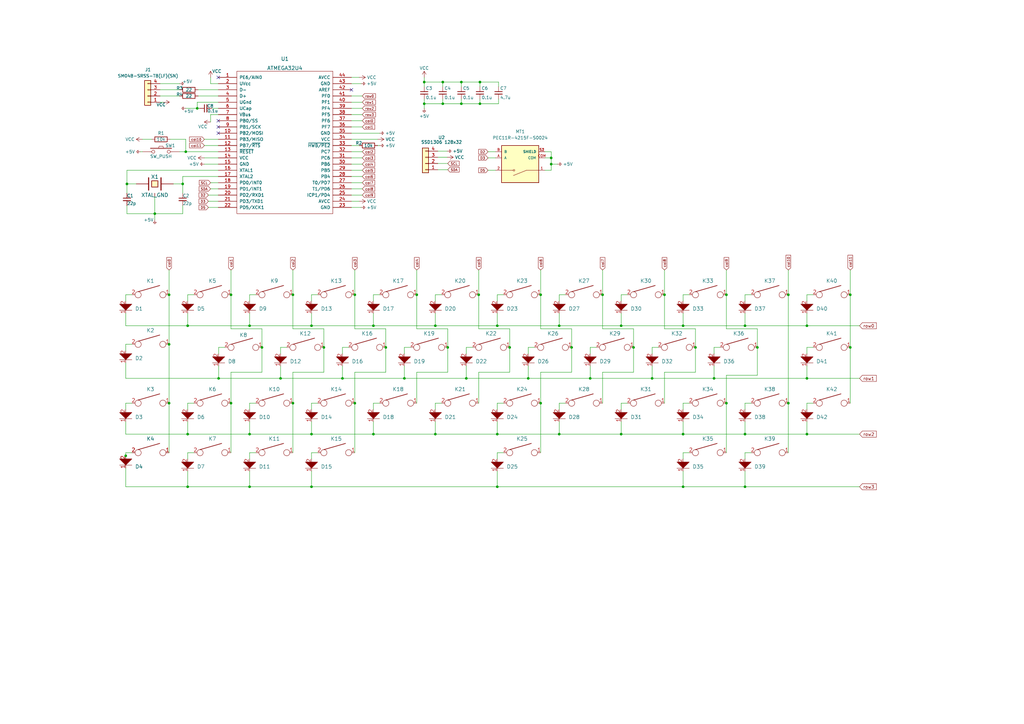
<source format=kicad_sch>
(kicad_sch (version 20211123) (generator eeschema)
  (paper "A3")
  (junction (at 330.962 155.194))
  (junction (at 132.842 142.494))
  (junction (at 221.742 165.354))
  (junction (at 183.642 142.494))
  (junction (at 80.899 44.45))
  (junction (at 178.562 133.604))
  (junction (at 153.162 178.054))
  (junction (at 63.5 87.63))
  (junction (at 153.162 133.604))
  (junction (at 203.962 199.644))
  (junction (at 189.23 33.655))
  (junction (at 115.062 155.194))
  (junction (at 89.662 155.194))
  (junction (at 310.642 142.494))
  (junction (at 323.342 165.354))
  (junction (at 102.362 133.604))
  (junction (at 189.23 42.545))
  (junction (at 76.962 133.604))
  (junction (at 74.93 75.438))
  (junction (at 254.762 133.604))
  (junction (at 203.962 133.604))
  (junction (at 140.462 155.194))
  (junction (at 247.142 120.904))
  (junction (at 242.062 155.194))
  (junction (at 102.362 178.054))
  (junction (at 51.562 186.944))
  (junction (at 297.942 120.904))
  (junction (at 196.85 42.545))
  (junction (at 76.2 62.23))
  (junction (at 94.742 165.354))
  (junction (at 127.762 199.644))
  (junction (at 165.862 155.194))
  (junction (at 158.242 142.494))
  (junction (at 259.842 142.494))
  (junction (at 76.962 178.054))
  (junction (at 285.242 142.494))
  (junction (at 229.362 133.604))
  (junction (at 181.61 33.655))
  (junction (at 178.562 178.054))
  (junction (at 305.562 133.604))
  (junction (at 226.06 64.77))
  (junction (at 145.542 165.354))
  (junction (at 94.742 120.904))
  (junction (at 120.142 120.904))
  (junction (at 209.042 142.494))
  (junction (at 191.262 155.194))
  (junction (at 330.962 178.054))
  (junction (at 305.562 199.644))
  (junction (at 127.762 178.054))
  (junction (at 229.362 178.054))
  (junction (at 280.162 199.644))
  (junction (at 234.442 142.494))
  (junction (at 102.362 199.644))
  (junction (at 221.742 120.904))
  (junction (at 107.442 142.494))
  (junction (at 76.962 199.644))
  (junction (at 297.942 165.354))
  (junction (at 173.99 42.545))
  (junction (at 305.562 178.054))
  (junction (at 348.742 142.494))
  (junction (at 272.542 120.904))
  (junction (at 170.942 120.904))
  (junction (at 254.762 178.054))
  (junction (at 69.342 120.904))
  (junction (at 196.85 33.655))
  (junction (at 280.162 178.054))
  (junction (at 69.342 165.354))
  (junction (at 348.742 120.904))
  (junction (at 173.99 33.655))
  (junction (at 323.342 120.904))
  (junction (at 330.962 133.604))
  (junction (at 181.61 42.545))
  (junction (at 69.342 141.224))
  (junction (at 145.542 120.904))
  (junction (at 216.662 155.194))
  (junction (at 196.342 120.904))
  (junction (at 52.07 75.438))
  (junction (at 120.142 165.354))
  (junction (at 267.462 155.194))
  (junction (at 226.06 67.31))
  (junction (at 203.962 178.054))
  (junction (at 127.762 133.604))
  (junction (at 292.862 155.194))
  (junction (at 280.162 133.604))
  (no_connect (at 89.535 49.53))
  (no_connect (at 89.535 54.61))
  (no_connect (at 89.535 52.07))
  (no_connect (at 144.145 36.83))
  (no_connect (at 89.535 31.75))
  (wire (pts (xy 94.742 134.874) (xy 107.442 134.874)))
  (wire (pts (xy 229.362 172.974) (xy 229.362 178.054)))
  (wire (pts (xy 69.342 110.744) (xy 69.342 120.904)))
  (wire (pts (xy 234.442 142.494) (xy 234.442 152.654)))
  (wire (pts (xy 216.662 145.034) (xy 216.662 142.494)))
  (wire (pts (xy 74.93 87.63) (xy 63.5 87.63)))
  (wire (pts (xy 305.562 123.444) (xy 305.562 120.904)))
  (wire (pts (xy 140.462 155.194) (xy 165.862 155.194)))
  (wire (pts (xy 229.362 165.354) (xy 231.902 165.354)))
  (wire (pts (xy 203.962 165.354) (xy 206.502 165.354)))
  (wire (pts (xy 297.942 153.924) (xy 297.942 165.354)))
  (wire (pts (xy 145.542 134.874) (xy 158.242 134.874)))
  (wire (pts (xy 127.762 128.524) (xy 127.762 133.604)))
  (wire (pts (xy 330.962 123.444) (xy 330.962 120.904)))
  (wire (pts (xy 330.962 133.604) (xy 352.552 133.604)))
  (wire (pts (xy 181.61 40.64) (xy 181.61 42.545)))
  (wire (pts (xy 51.562 141.224) (xy 54.102 141.224)))
  (wire (pts (xy 145.542 120.904) (xy 145.542 110.744)))
  (wire (pts (xy 76.2 62.23) (xy 89.535 62.23)))
  (wire (pts (xy 323.342 120.904) (xy 323.342 165.354)))
  (wire (pts (xy 285.242 134.874) (xy 272.542 134.874)))
  (wire (pts (xy 181.61 35.56) (xy 181.61 33.655)))
  (wire (pts (xy 85.471 80.01) (xy 89.535 80.01)))
  (wire (pts (xy 242.062 150.114) (xy 242.062 155.194)))
  (wire (pts (xy 196.85 40.64) (xy 196.85 42.545)))
  (wire (pts (xy 69.342 141.224) (xy 69.342 165.354)))
  (wire (pts (xy 330.962 178.054) (xy 352.552 178.054)))
  (wire (pts (xy 254.762 165.354) (xy 257.302 165.354)))
  (wire (pts (xy 280.162 188.214) (xy 280.162 185.674)))
  (wire (pts (xy 330.962 150.114) (xy 330.962 155.194)))
  (wire (pts (xy 330.962 120.904) (xy 333.502 120.904)))
  (wire (pts (xy 63.5 87.63) (xy 63.5 90.17)))
  (wire (pts (xy 280.162 167.894) (xy 280.162 165.354)))
  (wire (pts (xy 203.962 199.644) (xy 280.162 199.644)))
  (wire (pts (xy 153.162 167.894) (xy 153.162 165.354)))
  (wire (pts (xy 127.762 167.894) (xy 127.762 165.354)))
  (wire (pts (xy 76.962 185.674) (xy 79.502 185.674)))
  (wire (pts (xy 330.962 145.034) (xy 330.962 142.494)))
  (wire (pts (xy 51.562 123.444) (xy 51.562 120.904)))
  (wire (pts (xy 229.362 123.444) (xy 229.362 120.904)))
  (wire (pts (xy 120.142 120.904) (xy 120.142 134.874)))
  (wire (pts (xy 76.962 199.644) (xy 102.362 199.644)))
  (wire (pts (xy 132.842 152.654) (xy 120.142 152.654)))
  (wire (pts (xy 94.742 165.354) (xy 94.742 185.674)))
  (wire (pts (xy 144.145 46.99) (xy 148.59 46.99)))
  (wire (pts (xy 226.06 69.85) (xy 223.52 69.85)))
  (wire (pts (xy 226.06 64.77) (xy 226.06 67.31)))
  (wire (pts (xy 280.162 133.604) (xy 305.562 133.604)))
  (wire (pts (xy 65.659 34.29) (xy 73.66 34.29)))
  (wire (pts (xy 89.535 46.99) (xy 86.36 46.99)))
  (wire (pts (xy 348.742 142.494) (xy 348.742 165.354)))
  (wire (pts (xy 226.06 62.23) (xy 226.06 64.77)))
  (wire (pts (xy 144.145 77.47) (xy 148.59 77.47)))
  (wire (pts (xy 145.542 120.904) (xy 145.542 134.874)))
  (wire (pts (xy 203.962 193.294) (xy 203.962 199.644)))
  (wire (pts (xy 330.962 128.524) (xy 330.962 133.604)))
  (wire (pts (xy 203.962 120.904) (xy 206.502 120.904)))
  (wire (pts (xy 102.362 178.054) (xy 127.762 178.054)))
  (wire (pts (xy 181.61 33.655) (xy 189.23 33.655)))
  (wire (pts (xy 144.145 49.53) (xy 148.59 49.53)))
  (wire (pts (xy 226.06 67.31) (xy 228.6 67.31)))
  (wire (pts (xy 173.99 40.64) (xy 173.99 42.545)))
  (wire (pts (xy 158.242 142.494) (xy 158.242 152.654)))
  (wire (pts (xy 221.742 134.874) (xy 234.442 134.874)))
  (wire (pts (xy 89.662 142.494) (xy 92.202 142.494)))
  (wire (pts (xy 191.262 142.494) (xy 193.802 142.494)))
  (wire (pts (xy 107.442 142.494) (xy 107.442 152.654)))
  (wire (pts (xy 254.762 167.894) (xy 254.762 165.354)))
  (wire (pts (xy 209.042 142.494) (xy 209.042 152.654)))
  (wire (pts (xy 127.762 120.904) (xy 130.302 120.904)))
  (wire (pts (xy 242.062 155.194) (xy 267.462 155.194)))
  (wire (pts (xy 267.462 145.034) (xy 267.462 142.494)))
  (wire (pts (xy 285.242 142.494) (xy 285.242 134.874)))
  (wire (pts (xy 52.07 75.438) (xy 52.07 79.248)))
  (wire (pts (xy 181.61 42.545) (xy 173.99 42.545)))
  (wire (pts (xy 76.962 188.214) (xy 76.962 185.674)))
  (wire (pts (xy 74.93 75.438) (xy 74.93 79.248)))
  (wire (pts (xy 330.962 172.974) (xy 330.962 178.054)))
  (wire (pts (xy 76.962 133.604) (xy 102.362 133.604)))
  (wire (pts (xy 107.442 152.654) (xy 94.742 152.654)))
  (wire (pts (xy 144.145 59.69) (xy 147.32 59.69)))
  (wire (pts (xy 229.362 120.904) (xy 231.902 120.904)))
  (wire (pts (xy 144.145 69.85) (xy 148.59 69.85)))
  (wire (pts (xy 330.962 142.494) (xy 333.502 142.494)))
  (wire (pts (xy 173.99 42.545) (xy 173.99 44.45)))
  (wire (pts (xy 127.762 165.354) (xy 130.302 165.354)))
  (wire (pts (xy 297.942 120.904) (xy 297.942 134.874)))
  (wire (pts (xy 145.542 152.654) (xy 145.542 165.354)))
  (wire (pts (xy 86.36 77.47) (xy 89.535 77.47)))
  (wire (pts (xy 144.145 85.09) (xy 148.082 85.09)))
  (wire (pts (xy 280.162 193.294) (xy 280.162 199.644)))
  (wire (pts (xy 183.642 134.874) (xy 183.642 142.494)))
  (wire (pts (xy 323.342 165.354) (xy 323.342 185.674)))
  (wire (pts (xy 170.942 120.904) (xy 170.942 134.874)))
  (wire (pts (xy 120.142 134.874) (xy 132.842 134.874)))
  (wire (pts (xy 272.542 152.654) (xy 285.242 152.654)))
  (wire (pts (xy 204.47 33.655) (xy 204.47 35.56)))
  (wire (pts (xy 76.962 128.524) (xy 76.962 133.604)))
  (wire (pts (xy 310.642 134.874) (xy 310.642 142.494)))
  (wire (pts (xy 148.59 80.01) (xy 144.145 80.01)))
  (wire (pts (xy 348.742 120.904) (xy 348.742 110.744)))
  (wire (pts (xy 216.662 150.114) (xy 216.662 155.194)))
  (wire (pts (xy 51.562 128.524) (xy 51.562 133.604)))
  (wire (pts (xy 170.942 134.874) (xy 183.642 134.874)))
  (wire (pts (xy 178.562 178.054) (xy 203.962 178.054)))
  (wire (pts (xy 254.762 120.904) (xy 257.302 120.904)))
  (wire (pts (xy 297.942 120.904) (xy 297.942 110.744)))
  (wire (pts (xy 330.962 155.194) (xy 352.552 155.194)))
  (wire (pts (xy 102.362 120.904) (xy 104.902 120.904)))
  (wire (pts (xy 81.28 36.83) (xy 89.535 36.83)))
  (wire (pts (xy 310.642 142.494) (xy 310.642 153.924)))
  (wire (pts (xy 323.342 110.744) (xy 323.342 120.904)))
  (wire (pts (xy 102.362 199.644) (xy 127.762 199.644)))
  (wire (pts (xy 85.471 85.09) (xy 89.535 85.09)))
  (wire (pts (xy 86.36 31.75) (xy 86.36 34.29)))
  (wire (pts (xy 144.145 64.77) (xy 148.59 64.77)))
  (wire (pts (xy 83.82 57.15) (xy 89.535 57.15)))
  (wire (pts (xy 178.562 133.604) (xy 203.962 133.604)))
  (wire (pts (xy 348.742 120.904) (xy 348.742 142.494)))
  (wire (pts (xy 127.762 123.444) (xy 127.762 120.904)))
  (wire (pts (xy 127.762 178.054) (xy 153.162 178.054)))
  (wire (pts (xy 170.942 152.654) (xy 183.642 152.654)))
  (wire (pts (xy 259.842 134.874) (xy 259.842 142.494)))
  (wire (pts (xy 144.145 57.15) (xy 154.94 57.15)))
  (wire (pts (xy 183.642 152.654) (xy 183.642 142.494)))
  (wire (pts (xy 209.042 152.654) (xy 196.342 152.654)))
  (wire (pts (xy 51.562 178.054) (xy 76.962 178.054)))
  (wire (pts (xy 196.342 152.654) (xy 196.342 165.354)))
  (wire (pts (xy 305.562 133.604) (xy 330.962 133.604)))
  (wire (pts (xy 115.062 142.494) (xy 117.602 142.494)))
  (wire (pts (xy 272.542 110.744) (xy 272.542 120.904)))
  (wire (pts (xy 86.36 34.29) (xy 89.535 34.29)))
  (wire (pts (xy 127.762 185.674) (xy 130.302 185.674)))
  (wire (pts (xy 196.342 120.904) (xy 196.342 110.744)))
  (wire (pts (xy 297.942 134.874) (xy 310.642 134.874)))
  (wire (pts (xy 221.742 152.654) (xy 221.742 165.354)))
  (wire (pts (xy 51.562 120.904) (xy 54.102 120.904)))
  (wire (pts (xy 196.342 134.874) (xy 209.042 134.874)))
  (wire (pts (xy 102.362 193.294) (xy 102.362 199.644)))
  (wire (pts (xy 247.142 134.874) (xy 259.842 134.874)))
  (wire (pts (xy 165.862 145.034) (xy 165.862 142.494)))
  (wire (pts (xy 102.362 133.604) (xy 127.762 133.604)))
  (wire (pts (xy 173.99 33.655) (xy 173.99 35.56)))
  (wire (pts (xy 76.962 178.054) (xy 102.362 178.054)))
  (wire (pts (xy 285.242 152.654) (xy 285.242 142.494)))
  (wire (pts (xy 58.42 57.15) (xy 62.23 57.15)))
  (wire (pts (xy 115.062 145.034) (xy 115.062 142.494)))
  (wire (pts (xy 153.162 172.974) (xy 153.162 178.054)))
  (wire (pts (xy 120.142 165.354) (xy 120.142 185.674)))
  (wire (pts (xy 65.659 41.91) (xy 66.929 41.91)))
  (wire (pts (xy 51.562 186.944) (xy 51.562 185.674)))
  (wire (pts (xy 259.842 152.654) (xy 247.142 152.654)))
  (wire (pts (xy 305.562 199.644) (xy 352.552 199.644)))
  (wire (pts (xy 89.662 155.194) (xy 115.062 155.194)))
  (wire (pts (xy 178.562 123.444) (xy 178.562 120.904)))
  (wire (pts (xy 196.85 33.655) (xy 196.85 35.56)))
  (wire (pts (xy 145.542 165.354) (xy 145.542 185.674)))
  (wire (pts (xy 74.93 72.39) (xy 74.93 75.438)))
  (wire (pts (xy 226.06 67.31) (xy 226.06 69.85)))
  (wire (pts (xy 305.562 165.354) (xy 308.102 165.354)))
  (wire (pts (xy 178.562 128.524) (xy 178.562 133.604)))
  (wire (pts (xy 203.962 167.894) (xy 203.962 165.354)))
  (wire (pts (xy 65.659 36.83) (xy 73.66 36.83)))
  (wire (pts (xy 154.94 59.69) (xy 155.702 59.69)))
  (wire (pts (xy 254.762 172.974) (xy 254.762 178.054)))
  (wire (pts (xy 165.862 142.494) (xy 168.402 142.494)))
  (wire (pts (xy 203.962 128.524) (xy 203.962 133.604)))
  (wire (pts (xy 280.162 185.674) (xy 282.702 185.674)))
  (wire (pts (xy 94.742 152.654) (xy 94.742 165.354)))
  (wire (pts (xy 203.962 188.214) (xy 203.962 185.674)))
  (wire (pts (xy 203.962 172.974) (xy 203.962 178.054)))
  (wire (pts (xy 83.82 67.31) (xy 89.535 67.31)))
  (wire (pts (xy 247.142 120.904) (xy 247.142 110.744)))
  (wire (pts (xy 183.388 64.516) (xy 179.578 64.516)))
  (wire (pts (xy 247.142 152.654) (xy 247.142 165.354)))
  (wire (pts (xy 140.462 142.494) (xy 143.002 142.494)))
  (wire (pts (xy 242.062 145.034) (xy 242.062 142.494)))
  (wire (pts (xy 196.85 42.545) (xy 189.23 42.545)))
  (wire (pts (xy 85.471 82.55) (xy 89.535 82.55)))
  (wire (pts (xy 254.762 178.054) (xy 280.162 178.054)))
  (wire (pts (xy 200.152 62.23) (xy 203.2 62.23)))
  (wire (pts (xy 297.942 165.354) (xy 297.942 185.674)))
  (wire (pts (xy 51.562 192.024) (xy 51.562 199.644)))
  (wire (pts (xy 272.542 134.874) (xy 272.542 120.904)))
  (wire (pts (xy 144.145 52.07) (xy 148.59 52.07)))
  (wire (pts (xy 189.23 33.655) (xy 189.23 35.56)))
  (wire (pts (xy 203.962 178.054) (xy 229.362 178.054)))
  (wire (pts (xy 200.152 69.85) (xy 203.2 69.85)))
  (wire (pts (xy 102.362 165.354) (xy 104.902 165.354)))
  (wire (pts (xy 86.36 74.93) (xy 89.535 74.93)))
  (wire (pts (xy 204.47 40.64) (xy 204.47 42.545)))
  (wire (pts (xy 94.742 120.904) (xy 94.742 134.874)))
  (wire (pts (xy 144.145 41.91) (xy 148.59 41.91)))
  (wire (pts (xy 102.362 188.214) (xy 102.362 185.674)))
  (wire (pts (xy 305.562 172.974) (xy 305.562 178.054)))
  (wire (pts (xy 170.942 165.354) (xy 170.942 152.654)))
  (wire (pts (xy 173.99 31.75) (xy 173.99 33.655)))
  (wire (pts (xy 144.145 31.75) (xy 147.32 31.75)))
  (wire (pts (xy 305.562 167.894) (xy 305.562 165.354)))
  (wire (pts (xy 81.28 39.37) (xy 89.535 39.37)))
  (wire (pts (xy 69.342 120.904) (xy 69.342 141.224)))
  (wire (pts (xy 127.762 188.214) (xy 127.762 185.674)))
  (wire (pts (xy 144.145 82.55) (xy 147.32 82.55)))
  (wire (pts (xy 115.062 150.114) (xy 115.062 155.194)))
  (wire (pts (xy 221.742 120.904) (xy 221.742 134.874)))
  (wire (pts (xy 183.388 61.976) (xy 179.578 61.976)))
  (wire (pts (xy 127.762 172.974) (xy 127.762 178.054)))
  (wire (pts (xy 267.462 150.114) (xy 267.462 155.194)))
  (wire (pts (xy 144.145 44.45) (xy 148.59 44.45)))
  (wire (pts (xy 102.362 123.444) (xy 102.362 120.904)))
  (wire (pts (xy 254.762 128.524) (xy 254.762 133.604)))
  (wire (pts (xy 140.462 150.114) (xy 140.462 155.194)))
  (wire (pts (xy 223.52 62.23) (xy 226.06 62.23)))
  (wire (pts (xy 189.23 40.64) (xy 189.23 42.545)))
  (wire (pts (xy 120.142 110.744) (xy 120.142 120.904)))
  (wire (pts (xy 280.162 172.974) (xy 280.162 178.054)))
  (wire (pts (xy 280.162 165.354) (xy 282.702 165.354)))
  (wire (pts (xy 102.362 128.524) (xy 102.362 133.604)))
  (wire (pts (xy 76.962 172.974) (xy 76.962 178.054)))
  (wire (pts (xy 144.145 62.23) (xy 148.59 62.23)))
  (wire (pts (xy 127.762 193.294) (xy 127.762 199.644)))
  (wire (pts (xy 254.762 123.444) (xy 254.762 120.904)))
  (wire (pts (xy 305.562 188.214) (xy 305.562 185.674)))
  (wire (pts (xy 223.52 64.77) (xy 226.06 64.77)))
  (wire (pts (xy 178.562 167.894) (xy 178.562 165.354)))
  (wire (pts (xy 280.162 178.054) (xy 305.562 178.054)))
  (wire (pts (xy 209.042 134.874) (xy 209.042 142.494)))
  (wire (pts (xy 280.162 120.904) (xy 282.702 120.904)))
  (wire (pts (xy 305.562 120.904) (xy 308.102 120.904)))
  (wire (pts (xy 52.07 84.328) (xy 52.07 87.63)))
  (wire (pts (xy 191.262 145.034) (xy 191.262 142.494)))
  (wire (pts (xy 140.462 145.034) (xy 140.462 142.494)))
  (wire (pts (xy 80.899 41.91) (xy 89.535 41.91)))
  (wire (pts (xy 144.145 34.29) (xy 148.082 34.29)))
  (wire (pts (xy 51.562 148.844) (xy 51.562 155.194)))
  (wire (pts (xy 52.07 69.85) (xy 52.07 75.438)))
  (wire (pts (xy 51.562 165.354) (xy 54.102 165.354)))
  (wire (pts (xy 221.742 165.354) (xy 221.742 185.674)))
  (wire (pts (xy 305.562 193.294) (xy 305.562 199.644)))
  (wire (pts (xy 65.659 39.37) (xy 73.66 39.37)))
  (wire (pts (xy 292.862 142.494) (xy 295.402 142.494)))
  (wire (pts (xy 51.562 133.604) (xy 76.962 133.604)))
  (wire (pts (xy 330.962 167.894) (xy 330.962 165.354)))
  (wire (pts (xy 191.262 150.114) (xy 191.262 155.194)))
  (wire (pts (xy 51.562 199.644) (xy 76.962 199.644)))
  (wire (pts (xy 178.562 172.974) (xy 178.562 178.054)))
  (wire (pts (xy 229.362 167.894) (xy 229.362 165.354)))
  (wire (pts (xy 203.962 133.604) (xy 229.362 133.604)))
  (wire (pts (xy 229.362 178.054) (xy 254.762 178.054)))
  (wire (pts (xy 259.842 142.494) (xy 259.842 152.654)))
  (wire (pts (xy 81.788 44.45) (xy 80.899 44.45)))
  (wire (pts (xy 144.145 67.31) (xy 148.59 67.31)))
  (wire (pts (xy 76.962 193.294) (xy 76.962 199.644)))
  (wire (pts (xy 178.562 120.904) (xy 181.102 120.904)))
  (wire (pts (xy 153.162 165.354) (xy 155.702 165.354)))
  (wire (pts (xy 102.362 172.974) (xy 102.362 178.054)))
  (wire (pts (xy 330.962 165.354) (xy 333.502 165.354)))
  (wire (pts (xy 76.962 167.894) (xy 76.962 165.354)))
  (wire (pts (xy 203.962 185.674) (xy 206.502 185.674)))
  (wire (pts (xy 242.062 142.494) (xy 244.602 142.494)))
  (wire (pts (xy 76.962 120.904) (xy 79.502 120.904)))
  (wire (pts (xy 305.562 128.524) (xy 305.562 133.604)))
  (wire (pts (xy 179.578 69.596) (xy 183.642 69.596)))
  (wire (pts (xy 52.07 75.438) (xy 55.88 75.438)))
  (wire (pts (xy 189.23 42.545) (xy 181.61 42.545)))
  (wire (pts (xy 115.062 155.194) (xy 140.462 155.194)))
  (wire (pts (xy 153.162 123.444) (xy 153.162 120.904)))
  (wire (pts (xy 158.242 134.874) (xy 158.242 142.494)))
  (wire (pts (xy 196.85 33.655) (xy 204.47 33.655)))
  (wire (pts (xy 153.162 178.054) (xy 178.562 178.054)))
  (wire (pts (xy 229.362 128.524) (xy 229.362 133.604)))
  (wire (pts (xy 272.542 165.354) (xy 272.542 152.654)))
  (wire (pts (xy 153.162 128.524) (xy 153.162 133.604)))
  (wire (pts (xy 200.152 64.77) (xy 203.2 64.77)))
  (wire (pts (xy 73.66 62.23) (xy 76.2 62.23)))
  (wire (pts (xy 83.82 64.77) (xy 89.535 64.77)))
  (wire (pts (xy 132.842 142.494) (xy 132.842 152.654)))
  (wire (pts (xy 52.07 87.63) (xy 63.5 87.63)))
  (wire (pts (xy 74.93 84.328) (xy 74.93 87.63)))
  (wire (pts (xy 86.36 46.99) (xy 86.36 50.038)))
  (wire (pts (xy 107.442 134.874) (xy 107.442 142.494)))
  (wire (pts (xy 204.47 42.545) (xy 196.85 42.545)))
  (wire (pts (xy 57.658 62.23) (xy 58.42 62.23)))
  (wire (pts (xy 292.862 155.194) (xy 330.962 155.194)))
  (wire (pts (xy 254.762 133.604) (xy 280.162 133.604)))
  (wire (pts (xy 267.462 155.194) (xy 292.862 155.194)))
  (wire (pts (xy 132.842 134.874) (xy 132.842 142.494)))
  (wire (pts (xy 229.362 133.604) (xy 254.762 133.604)))
  (wire (pts (xy 165.862 155.194) (xy 191.262 155.194)))
  (wire (pts (xy 120.142 152.654) (xy 120.142 165.354)))
  (wire (pts (xy 310.642 153.924) (xy 297.942 153.924)))
  (wire (pts (xy 76.962 123.444) (xy 76.962 120.904)))
  (wire (pts (xy 247.142 120.904) (xy 247.142 134.874)))
  (wire (pts (xy 80.899 44.45) (xy 80.899 41.91)))
  (wire (pts (xy 102.362 167.894) (xy 102.362 165.354)))
  (wire (pts (xy 63.5 80.518) (xy 63.5 87.63)))
  (wire (pts (xy 280.162 199.644) (xy 305.562 199.644)))
  (wire (pts (xy 179.578 67.056) (xy 183.642 67.056)))
  (wire (pts (xy 127.762 133.604) (xy 153.162 133.604)))
  (wire (pts (xy 234.442 152.654) (xy 221.742 152.654)))
  (wire (pts (xy 89.662 145.034) (xy 89.662 142.494)))
  (wire (pts (xy 71.12 75.438) (xy 74.93 75.438)))
  (wire (pts (xy 76.962 165.354) (xy 79.502 165.354)))
  (wire (pts (xy 196.342 120.904) (xy 196.342 134.874)))
  (wire (pts (xy 221.742 110.744) (xy 221.742 120.904)))
  (wire (pts (xy 89.535 72.39) (xy 74.93 72.39)))
  (wire (pts (xy 144.145 72.39) (xy 148.59 72.39)))
  (wire (pts (xy 94.742 120.904) (xy 94.742 110.744)))
  (wire (pts (xy 158.242 152.654) (xy 145.542 152.654)))
  (wire (pts (xy 267.462 142.494) (xy 270.002 142.494)))
  (wire (pts (xy 51.562 188.214) (xy 51.562 186.944)))
  (wire (pts (xy 203.962 123.444) (xy 203.962 120.904)))
  (wire (pts (xy 127.762 199.644) (xy 203.962 199.644)))
  (wire (pts (xy 189.23 33.655) (xy 196.85 33.655)))
  (wire (pts (xy 305.562 178.054) (xy 330.962 178.054)))
  (wire (pts (xy 51.562 155.194) (xy 89.662 155.194)))
  (wire (pts (xy 51.562 172.974) (xy 51.562 178.054)))
  (wire (pts (xy 76.2 57.15) (xy 76.2 62.23)))
  (wire (pts (xy 280.162 128.524) (xy 280.162 133.604)))
  (wire (pts (xy 153.162 120.904) (xy 155.702 120.904)))
  (wire (pts (xy 51.562 185.674) (xy 54.102 185.674)))
  (wire (pts (xy 51.562 167.894) (xy 51.562 165.354)))
  (wire (pts (xy 170.942 110.744) (xy 170.942 120.904)))
  (wire (pts (xy 153.162 133.604) (xy 178.562 133.604)))
  (wire (pts (xy 102.362 185.674) (xy 104.902 185.674)))
  (wire (pts (xy 144.145 54.61) (xy 155.702 54.61)))
  (wire (pts (xy 89.535 69.85) (xy 52.07 69.85)))
  (wire (pts (xy 89.662 150.114) (xy 89.662 155.194)))
  (wire (pts (xy 305.562 185.674) (xy 308.102 185.674)))
  (wire (pts (xy 216.662 155.194) (xy 242.062 155.194)))
  (wire (pts (xy 69.342 165.354) (xy 69.342 185.674)))
  (wire (pts (xy 292.862 150.114) (xy 292.862 155.194)))
  (wire (pts (xy 76.2 44.45) (xy 80.899 44.45)))
  (wire (pts (xy 51.562 143.764) (xy 51.562 141.224)))
  (wire (pts (xy 83.82 59.69) (xy 89.535 59.69)))
  (wire (pts (xy 144.145 39.37) (xy 148.59 39.37)))
  (wire (pts (xy 148.59 74.93) (xy 144.145 74.93)))
  (wire (pts (xy 173.99 33.655) (xy 181.61 33.655)))
  (wire (pts (xy 234.442 134.874) (xy 234.442 142.494)))
  (wire (pts (xy 86.868 44.45) (xy 89.535 44.45)))
  (wire (pts (xy 178.562 165.354) (xy 181.102 165.354)))
  (wire (pts (xy 165.862 150.114) (xy 165.862 155.194)))
  (wire (pts (xy 69.85 57.15) (xy 76.2 57.15)))
  (wire (pts (xy 191.262 155.194) (xy 216.662 155.194)))
  (wire (pts (xy 216.662 142.494) (xy 219.202 142.494)))
  (wire (pts (xy 280.162 123.444) (xy 280.162 120.904)))
  (wire (pts (xy 292.862 145.034) (xy 292.862 142.494)))
  (global_label "col9" (shape input) (at 297.942 110.744 90) (effects (font (size 1 1))) (property "Intersheet References" "${INTERSHEET_REFS}" (effects hide)))
  (global_label "col11" (shape input) (at 348.742 110.744 90) (effects (font (size 1 1))) (property "Intersheet References" "${INTERSHEET_REFS}" (effects hide)))
  (global_label "col11" (shape input) (at 83.82 59.69 180) (effects (font (size 1 1))) (property "Intersheet References" "${INTERSHEET_REFS}" (effects hide)))
  (global_label "SCL" (shape input) (at 183.642 67.056 0) (effects (font (size 1 1))) (property "Intersheet References" "${INTERSHEET_REFS}" (effects hide)))
  (global_label "row1" (shape input) (at 148.59 41.91 0) (effects (font (size 1 1))) (property "Intersheet References" "${INTERSHEET_REFS}" (effects hide)))
  (global_label "col1" (shape input) (at 94.742 110.744 90) (effects (font (size 1 1))) (property "Intersheet References" "${INTERSHEET_REFS}" (effects hide)))
  (global_label "row3" (shape input) (at 148.59 46.99 0) (effects (font (size 1 1))) (property "Intersheet References" "${INTERSHEET_REFS}" (effects hide)))
  (global_label "col5" (shape input) (at 148.59 69.85 0) (effects (font (size 1 1))) (property "Intersheet References" "${INTERSHEET_REFS}" (effects hide)))
  (global_label "row3" (shape input) (at 352.552 199.644 0) (property "Intersheet References" "${INTERSHEET_REFS}" (effects hide)))
  (global_label "col6" (shape input) (at 221.742 110.744 90) (effects (font (size 1 1))) (property "Intersheet References" "${INTERSHEET_REFS}" (effects hide)))
  (global_label "col5" (shape input) (at 196.342 110.744 90) (effects (font (size 1 1))) (property "Intersheet References" "${INTERSHEET_REFS}" (effects hide)))
  (global_label "row0" (shape input) (at 148.59 39.37 0) (effects (font (size 1 1))) (property "Intersheet References" "${INTERSHEET_REFS}" (effects hide)))
  (global_label "col0" (shape input) (at 69.342 110.744 90) (effects (font (size 1 1))) (property "Intersheet References" "${INTERSHEET_REFS}" (effects hide)))
  (global_label "SDA" (shape input) (at 86.36 77.47 180) (effects (font (size 1 1))) (property "Intersheet References" "${INTERSHEET_REFS}" (effects hide)))
  (global_label "D5" (shape input) (at 200.152 69.85 180) (effects (font (size 1 1))) (property "Intersheet References" "${INTERSHEET_REFS}" (effects hide)))
  (global_label "col2" (shape input) (at 148.59 62.23 0) (effects (font (size 1 1))) (property "Intersheet References" "${INTERSHEET_REFS}" (effects hide)))
  (global_label "col8" (shape input) (at 272.542 110.744 90) (effects (font (size 1 1))) (property "Intersheet References" "${INTERSHEET_REFS}" (effects hide)))
  (global_label "D2" (shape input) (at 200.152 62.23 180) (effects (font (size 1 1))) (property "Intersheet References" "${INTERSHEET_REFS}" (effects hide)))
  (global_label "col6" (shape input) (at 148.59 72.39 0) (effects (font (size 1 1))) (property "Intersheet References" "${INTERSHEET_REFS}" (effects hide)))
  (global_label "D3" (shape input) (at 85.471 82.55 180) (effects (font (size 1 1))) (property "Intersheet References" "${INTERSHEET_REFS}" (effects hide)))
  (global_label "col3" (shape input) (at 148.59 64.77 0) (effects (font (size 1 1))) (property "Intersheet References" "${INTERSHEET_REFS}" (effects hide)))
  (global_label "SCL" (shape input) (at 86.36 74.93 180) (effects (font (size 1 1))) (property "Intersheet References" "${INTERSHEET_REFS}" (effects hide)))
  (global_label "SDA" (shape input) (at 183.642 69.596 0) (effects (font (size 1 1))) (property "Intersheet References" "${INTERSHEET_REFS}" (effects hide)))
  (global_label "col9" (shape input) (at 148.59 80.01 0) (effects (font (size 1 1))) (property "Intersheet References" "${INTERSHEET_REFS}" (effects hide)))
  (global_label "row2" (shape input) (at 352.552 178.054 0) (property "Intersheet References" "${INTERSHEET_REFS}" (effects hide)))
  (global_label "col8" (shape input) (at 148.59 77.47 0) (effects (font (size 1 1))) (property "Intersheet References" "${INTERSHEET_REFS}" (effects hide)))
  (global_label "D3" (shape input) (at 200.152 64.77 180) (effects (font (size 1 1))) (property "Intersheet References" "${INTERSHEET_REFS}" (effects hide)))
  (global_label "row0" (shape input) (at 352.552 133.604 0) (property "Intersheet References" "${INTERSHEET_REFS}" (effects hide)))
  (global_label "col10" (shape input) (at 323.342 110.744 90) (effects (font (size 1 1))) (property "Intersheet References" "${INTERSHEET_REFS}" (effects hide)))
  (global_label "row2" (shape input) (at 148.59 44.45 0) (effects (font (size 1 1))) (property "Intersheet References" "${INTERSHEET_REFS}" (effects hide)))
  (global_label "D2" (shape input) (at 85.471 80.01 180) (effects (font (size 1 1))) (property "Intersheet References" "${INTERSHEET_REFS}" (effects hide)))
  (global_label "col4" (shape input) (at 170.942 110.744 90) (effects (font (size 1 1))) (property "Intersheet References" "${INTERSHEET_REFS}" (effects hide)))
  (global_label "row1" (shape input) (at 352.552 155.194 0) (property "Intersheet References" "${INTERSHEET_REFS}" (effects hide)))
  (global_label "col7" (shape input) (at 247.142 110.744 90) (effects (font (size 1 1))) (property "Intersheet References" "${INTERSHEET_REFS}" (effects hide)))
  (global_label "col2" (shape input) (at 120.142 110.744 90) (effects (font (size 1 1))) (property "Intersheet References" "${INTERSHEET_REFS}" (effects hide)))
  (global_label "col0" (shape input) (at 148.59 49.53 0) (effects (font (size 1 1))) (property "Intersheet References" "${INTERSHEET_REFS}" (effects hide)))
  (global_label "col10" (shape input) (at 83.82 57.15 180) (effects (font (size 1 1))) (property "Intersheet References" "${INTERSHEET_REFS}" (effects hide)))
  (global_label "col4" (shape input) (at 148.59 67.31 0) (effects (font (size 1 1))) (property "Intersheet References" "${INTERSHEET_REFS}" (effects hide)))
  (global_label "col1" (shape input) (at 148.59 52.07 0) (effects (font (size 1 1))) (property "Intersheet References" "${INTERSHEET_REFS}" (effects hide)))
  (global_label "D5" (shape input) (at 85.471 85.09 180) (effects (font (size 1 1))) (property "Intersheet References" "${INTERSHEET_REFS}" (effects hide)))
  (global_label "col7" (shape input) (at 148.59 74.93 0) (effects (font (size 1 1))) (property "Intersheet References" "${INTERSHEET_REFS}" (effects hide)))
  (global_label "col3" (shape input) (at 145.542 110.744 90) (effects (font (size 1 1))) (property "Intersheet References" "${INTERSHEET_REFS}" (effects hide)))
  (symbol (lib_id "keyboard_parts:KEYSW") (at 188.722 120.904 0) (unit 1)
    (property "Reference" "K20" (at 188.722 115.189 0) (effects (font (size 1.524 1.524))))
    (property "Value" "KEYSW" (effects hide))
  )
  (symbol (lib_id "keyboard_parts:KEYSW") (at 176.022 142.494 0) (unit 1)
    (property "Reference" "K19" (at 176.022 136.779 0) (effects (font (size 1.524 1.524))))
    (property "Value" "KEYSW" (effects hide))
  )
  (symbol (lib_id "power:VCC") (at 154.94 57.15 270) (unit 1)
    (property "Reference" "#PWR020" (effects hide))
    (property "Value" "VCC" (at 158.115 57.15 90) (effects (justify left)))
  )
  (symbol (lib_id "Device:C_Small") (at 74.93 81.788 0) (unit 1)
    (property "Reference" "C2" (at 74.93 80.264 0) (effects (justify left)))
    (property "Value" "22p" (at 74.93 83.439 0) (effects (justify left)))
  )
  (symbol (lib_id "keyboard_parts:KEYSW") (at 214.122 120.904 0) (unit 1)
    (property "Reference" "K23" (at 214.122 115.189 0) (effects (font (size 1.524 1.524))))
    (property "Value" "KEYSW" (effects hide))
  )
  (symbol (lib_id "keyboard_parts:D") (at 203.962 192.024 180) (unit 1)
    (property "Reference" "D25" (at 207.772 191.389 0) (effects (font (size 1.524 1.524)) (justify right)))
    (property "Value" "D" (effects hide))
  )
  (symbol (lib_id "keyboard_parts:D") (at 102.362 171.704 180) (unit 1)
    (property "Reference" "D10" (at 106.172 171.069 0) (effects (font (size 1.524 1.524)) (justify right)))
    (property "Value" "D" (effects hide))
  )
  (symbol (lib_id "power:VCC") (at 147.32 31.75 270) (unit 1)
    (property "Reference" "#PWR015" (effects hide))
    (property "Value" "VCC" (at 150.495 31.75 90) (effects (justify left)))
  )
  (symbol (lib_id "power:VCC") (at 58.42 57.15 90) (unit 1)
    (property "Reference" "#PWR05" (effects hide))
    (property "Value" "VCC" (at 55.245 57.15 90) (effects (justify left)))
  )
  (symbol (lib_id "keyboard_parts:D") (at 127.762 171.704 180) (unit 1)
    (property "Reference" "D14" (at 131.572 171.069 0) (effects (font (size 1.524 1.524)) (justify right)))
    (property "Value" "D" (effects hide))
  )
  (symbol (lib_id "power:VCC") (at 66.929 41.91 270) (unit 1)
    (property "Reference" "#PWR06" (effects hide))
    (property "Value" "VCC" (at 64.135 42.926 90) (effects (justify left)))
  )
  (symbol (lib_id "keyboard_parts:D") (at 254.762 127.254 180) (unit 1)
    (property "Reference" "D30" (at 258.572 126.619 0) (effects (font (size 1.524 1.524)) (justify right)))
    (property "Value" "D" (effects hide))
  )
  (symbol (lib_id "keyboard_parts:D") (at 330.962 127.254 180) (unit 1)
    (property "Reference" "D40" (at 334.772 126.619 0) (effects (font (size 1.524 1.524)) (justify right)))
    (property "Value" "D" (effects hide))
  )
  (symbol (lib_id "keyboard_parts:KEYSW") (at 264.922 165.354 0) (unit 1)
    (property "Reference" "K31" (at 264.922 159.639 0) (effects (font (size 1.524 1.524))))
    (property "Value" "KEYSW" (effects hide))
  )
  (symbol (lib_id "keyboard_parts:D") (at 127.762 127.254 180) (unit 1)
    (property "Reference" "D13" (at 131.572 126.619 0) (effects (font (size 1.524 1.524)) (justify right)))
    (property "Value" "D" (effects hide))
  )
  (symbol (lib_id "keyboard_parts:KEYSW") (at 61.722 120.904 0) (unit 1)
    (property "Reference" "K1" (at 61.722 115.189 0) (effects (font (size 1.524 1.524))))
    (property "Value" "KEYSW" (effects hide))
  )
  (symbol (lib_id "keyboard_parts:D") (at 330.962 148.844 180) (unit 1)
    (property "Reference" "D41" (at 334.772 148.209 0) (effects (font (size 1.524 1.524)) (justify right)))
    (property "Value" "D" (effects hide))
  )
  (symbol (lib_id "keyboard_parts:D") (at 203.962 127.254 180) (unit 1)
    (property "Reference" "D23" (at 207.772 126.619 0) (effects (font (size 1.524 1.524)) (justify right)))
    (property "Value" "D" (effects hide))
  )
  (symbol (lib_id "keyboard_parts:D") (at 305.562 127.254 180) (unit 1)
    (property "Reference" "D37" (at 309.372 126.619 0) (effects (font (size 1.524 1.524)) (justify right)))
    (property "Value" "D" (effects hide))
  )
  (symbol (lib_id "Connector_Generic:Conn_01x04") (at 174.498 67.056 180) (unit 1)
    (property "Reference" "U2" (at 181.102 56.388 0))
    (property "Value" "SSD1306 128x32" (at 181.102 58.293 0))
  )
  (symbol (lib_id "keyboard_parts:KEYSW") (at 341.122 165.354 0) (unit 1)
    (property "Reference" "K42" (at 341.122 159.639 0) (effects (font (size 1.524 1.524))))
    (property "Value" "KEYSW" (effects hide))
  )
  (symbol (lib_id "power:VCC") (at 86.36 31.75 0) (unit 1)
    (property "Reference" "#PWR014" (effects hide))
    (property "Value" "VCC" (at 86.995 29.21 0) (effects (justify left)))
  )
  (symbol (lib_id "keyboard_parts:GND") (at 63.5 90.17 0) (unit 1)
    (property "Reference" "#PWR03" (effects hide))
    (property "Value" "GND" (at 60.96 90.17 0))
  )
  (symbol (lib_id "Connector_Generic:Conn_01x04") (at 60.579 39.37 180) (unit 1)
    (property "Reference" "J1" (at 60.706 28.575 0))
    (property "Value" "SM04B-SRSS-TB(LF)(SN)" (at 60.706 31.115 0))
  )
  (symbol (lib_id "keyboard_parts:GND") (at 228.6 67.31 90) (unit 1)
    (property "Reference" "#PWR?" (effects hide))
    (property "Value" "GND" (at 234.95 67.31 90) (effects (justify left)))
  )
  (symbol (lib_id "keyboard_parts:KEYSW") (at 341.122 142.494 0) (unit 1)
    (property "Reference" "K41" (at 341.122 136.779 0) (effects (font (size 1.524 1.524))))
    (property "Value" "KEYSW" (effects hide))
  )
  (symbol (lib_id "keyboard_parts:GND") (at 155.702 54.61 90) (unit 1)
    (property "Reference" "#PWR019" (effects hide))
    (property "Value" "GND" (at 162.052 54.61 90) (effects (justify left)))
  )
  (symbol (lib_id "Device:C_Small") (at 173.99 38.1 0) (unit 1)
    (property "Reference" "C3" (at 174.625 36.195 0) (effects (justify left)))
    (property "Value" "0.1u" (at 174.625 40.005 0) (effects (justify left)))
  )
  (symbol (lib_id "keyboard_parts:KEYSW") (at 137.922 120.904 0) (unit 1)
    (property "Reference" "K13" (at 137.922 115.189 0) (effects (font (size 1.524 1.524))))
    (property "Value" "KEYSW" (effects hide))
  )
  (symbol (lib_id "keyboard_parts:KEYSW") (at 252.222 142.494 0) (unit 1)
    (property "Reference" "K29" (at 252.222 136.779 0) (effects (font (size 1.524 1.524))))
    (property "Value" "KEYSW" (effects hide))
  )
  (symbol (lib_id "keyboard_parts:KEYSW") (at 315.722 120.904 0) (unit 1)
    (property "Reference" "K37" (at 315.722 115.189 0) (effects (font (size 1.524 1.524))))
    (property "Value" "KEYSW" (effects hide))
  )
  (symbol (lib_id "power:VCC") (at 173.99 31.75 0) (unit 1)
    (property "Reference" "#PWR01" (effects hide))
    (property "Value" "VCC" (at 173.99 27.94 0))
  )
  (symbol (lib_id "keyboard_parts:KEYSW") (at 87.122 185.674 0) (unit 1)
    (property "Reference" "K7" (at 87.122 179.959 0) (effects (font (size 1.524 1.524))))
    (property "Value" "KEYSW" (effects hide))
  )
  (symbol (lib_id "keyboard_parts:D") (at 305.562 192.024 180) (unit 1)
    (property "Reference" "D39" (at 309.372 191.389 0) (effects (font (size 1.524 1.524)) (justify right)))
    (property "Value" "D" (effects hide))
  )
  (symbol (lib_id "keyboard_parts:KEYSW") (at 61.722 185.674 0) (unit 1)
    (property "Reference" "K4" (at 61.722 179.959 0) (effects (font (size 1.524 1.524))))
    (property "Value" "KEYSW" (effects hide))
  )
  (symbol (lib_id "keyboard_parts:D") (at 51.562 171.704 180) (unit 1)
    (property "Reference" "D3" (at 55.372 171.069 0) (effects (font (size 1.524 1.524)) (justify right)))
    (property "Value" "D" (effects hide))
  )
  (symbol (lib_id "keyboard_parts:GND") (at 73.66 34.29 90) (unit 1)
    (property "Reference" "#PWR08" (effects hide))
    (property "Value" "GND" (at 76.835 33.401 90))
  )
  (symbol (lib_id "keyboard_parts:KEYSW") (at 87.122 120.904 0) (unit 1)
    (property "Reference" "K5" (at 87.122 115.189 0) (effects (font (size 1.524 1.524))))
    (property "Value" "KEYSW" (effects hide))
  )
  (symbol (lib_id "keyboard_parts:XTAL_GND") (at 63.5 75.438 0) (unit 1)
    (property "Reference" "X1" (at 63.5 72.517 0) (effects (font (size 1.524 1.524))))
    (property "Value" "XTAL_GND" (at 63.5 80.01 0) (effects (font (size 1.524 1.524))))
  )
  (symbol (lib_id "keyboard_parts:D") (at 229.362 171.704 180) (unit 1)
    (property "Reference" "D28" (at 233.172 171.069 0) (effects (font (size 1.524 1.524)) (justify right)))
    (property "Value" "D" (effects hide))
  )
  (symbol (lib_id "PEC11R-4215F-S0024:PEC11R-4215F-S0024") (at 213.36 67.31 180) (unit 1)
    (property "Reference" "MT1" (at 213.36 53.975 0))
    (property "Value" "PEC11R-4215F-S0024" (at 213.36 56.515 0))
    (property "Footprint" "XDCR_PEC11R-4215F-S0024" (effects hide))
    (property "MANUFACTURER" "J.W.Miller/Bourns" (effects hide))
    (property "STANDARD" "Manufacturer Recommendations" (effects hide))
    (property "MAXIMUM_PACKAGE_HEIGHT" "21.5 mm" (effects hide))
    (property "PARTREV" "Rev. 09/19" (effects hide))
  )
  (symbol (lib_id "Device:C_Small") (at 196.85 38.1 0) (unit 1)
    (property "Reference" "C6" (at 197.485 36.195 0) (effects (justify left)))
    (property "Value" "0.1u" (at 197.485 40.005 0) (effects (justify left)))
  )
  (symbol (lib_id "keyboard_parts:KEYSW") (at 112.522 185.674 0) (unit 1)
    (property "Reference" "K11" (at 112.522 179.959 0) (effects (font (size 1.524 1.524))))
    (property "Value" "KEYSW" (effects hide))
  )
  (symbol (lib_id "keyboard_parts:KEYSW") (at 87.122 165.354 0) (unit 1)
    (property "Reference" "K6" (at 87.122 159.639 0) (effects (font (size 1.524 1.524))))
    (property "Value" "KEYSW" (effects hide))
  )
  (symbol (lib_id "keyboard_parts:KEYSW") (at 201.422 142.494 0) (unit 1)
    (property "Reference" "K22" (at 201.422 136.779 0) (effects (font (size 1.524 1.524))))
    (property "Value" "KEYSW" (effects hide))
  )
  (symbol (lib_id "keyboard_parts:D") (at 280.162 127.254 180) (unit 1)
    (property "Reference" "D33" (at 283.972 126.619 0) (effects (font (size 1.524 1.524)) (justify right)))
    (property "Value" "D" (effects hide))
  )
  (symbol (lib_id "keyboard_parts:D") (at 102.362 192.024 180) (unit 1)
    (property "Reference" "D11" (at 106.172 191.389 0) (effects (font (size 1.524 1.524)) (justify right)))
    (property "Value" "D" (effects hide))
  )
  (symbol (lib_id "keyboard_parts:D") (at 165.862 148.844 180) (unit 1)
    (property "Reference" "D19" (at 169.672 148.209 0) (effects (font (size 1.524 1.524)) (justify right)))
    (property "Value" "D" (effects hide))
  )
  (symbol (lib_id "power:VCC") (at 86.36 50.038 90) (unit 1)
    (property "Reference" "#PWR013" (effects hide))
    (property "Value" "VCC" (at 85.09 51.943 90) (effects (justify left)))
  )
  (symbol (lib_id "keyboard_parts:D") (at 229.362 127.254 180) (unit 1)
    (property "Reference" "D27" (at 233.172 126.619 0) (effects (font (size 1.524 1.524)) (justify right)))
    (property "Value" "D" (effects hide))
  )
  (symbol (lib_id "keyboard_parts:KEYSW") (at 137.922 165.354 0) (unit 1)
    (property "Reference" "K14" (at 137.922 159.639 0) (effects (font (size 1.524 1.524))))
    (property "Value" "KEYSW" (effects hide))
  )
  (symbol (lib_id "Device:R") (at 151.13 59.69 90) (unit 1)
    (property "Reference" "R2" (at 147.193 58.674 90))
    (property "Value" "10k" (at 151.13 59.69 90))
  )
  (symbol (lib_id "keyboard_parts:GND") (at 57.658 62.23 270) (unit 1)
    (property "Reference" "#PWR04" (effects hide))
    (property "Value" "GND" (at 51.308 62.23 90) (effects (justify left)))
  )
  (symbol (lib_id "keyboard_parts:D") (at 191.262 148.844 180) (unit 1)
    (property "Reference" "D22" (at 195.072 148.209 0) (effects (font (size 1.524 1.524)) (justify right)))
    (property "Value" "D" (effects hide))
  )
  (symbol (lib_id "keyboard_parts:KEYSW") (at 315.722 165.354 0) (unit 1)
    (property "Reference" "K38" (at 315.722 159.639 0) (effects (font (size 1.524 1.524))))
    (property "Value" "KEYSW" (effects hide))
  )
  (symbol (lib_id "Device:C_Small") (at 204.47 38.1 0) (unit 1)
    (property "Reference" "C7" (at 205.105 36.195 0) (effects (justify left)))
    (property "Value" "4.7u" (at 205.105 40.005 0) (effects (justify left)))
  )
  (symbol (lib_id "keyboard_parts:D") (at 242.062 148.844 180) (unit 1)
    (property "Reference" "D29" (at 245.872 148.209 0) (effects (font (size 1.524 1.524)) (justify right)))
    (property "Value" "D" (effects hide))
  )
  (symbol (lib_id "keyboard_parts:KEYSW") (at 214.122 185.674 0) (unit 1)
    (property "Reference" "K25" (at 214.122 179.959 0) (effects (font (size 1.524 1.524))))
    (property "Value" "KEYSW" (effects hide))
  )
  (symbol (lib_id "keyboard_parts:D") (at 51.562 147.574 180) (unit 1)
    (property "Reference" "D2" (at 55.372 146.939 0) (effects (font (size 1.524 1.524)) (justify right)))
    (property "Value" "D" (effects hide))
  )
  (symbol (lib_id "keyboard_parts:D") (at 280.162 192.024 180) (unit 1)
    (property "Reference" "D35" (at 283.972 191.389 0) (effects (font (size 1.524 1.524)) (justify right)))
    (property "Value" "D" (effects hide))
  )
  (symbol (lib_id "keyboard_parts:D") (at 51.562 190.754 180) (unit 1)
    (property "Reference" "D4" (at 55.372 191.389 0) (effects (font (size 1.524 1.524)) (justify right)))
    (property "Value" "D" (effects hide))
  )
  (symbol (lib_id "keyboard_parts:KEYSW") (at 112.522 120.904 0) (unit 1)
    (property "Reference" "K9" (at 112.522 115.189 0) (effects (font (size 1.524 1.524))))
    (property "Value" "KEYSW" (effects hide))
  )
  (symbol (lib_id "keyboard_parts:KEYSW") (at 315.722 185.674 0) (unit 1)
    (property "Reference" "K39" (at 315.722 179.959 0) (effects (font (size 1.524 1.524))))
    (property "Value" "KEYSW" (effects hide))
  )
  (symbol (lib_id "Device:C_Small") (at 181.61 38.1 0) (unit 1)
    (property "Reference" "C4" (at 182.245 36.195 0) (effects (justify left)))
    (property "Value" "0.1u" (at 182.245 40.005 0) (effects (justify left)))
  )
  (symbol (lib_id "keyboard_parts:KEYSW") (at 290.322 165.354 0) (unit 1)
    (property "Reference" "K34" (at 290.322 159.639 0) (effects (font (size 1.524 1.524))))
    (property "Value" "KEYSW" (effects hide))
  )
  (symbol (lib_id "keyboard_parts:KEYSW") (at 239.522 120.904 0) (unit 1)
    (property "Reference" "K27" (at 239.522 115.189 0) (effects (font (size 1.524 1.524))))
    (property "Value" "KEYSW" (effects hide))
  )
  (symbol (lib_id "keyboard_parts:D") (at 115.062 148.844 180) (unit 1)
    (property "Reference" "D12" (at 118.872 148.209 0) (effects (font (size 1.524 1.524)) (justify right)))
    (property "Value" "D" (effects hide))
  )
  (symbol (lib_id "keyboard_parts:D") (at 153.162 127.254 180) (unit 1)
    (property "Reference" "D17" (at 156.972 126.619 0) (effects (font (size 1.524 1.524)) (justify right)))
    (property "Value" "D" (effects hide))
  )
  (symbol (lib_id "Device:C_Small") (at 189.23 38.1 0) (unit 1)
    (property "Reference" "C5" (at 189.865 36.195 0) (effects (justify left)))
    (property "Value" "0.1u" (at 189.865 40.005 0) (effects (justify left)))
  )
  (symbol (lib_id "keyboard_parts:KEYSW") (at 214.122 165.354 0) (unit 1)
    (property "Reference" "K24" (at 214.122 159.639 0) (effects (font (size 1.524 1.524))))
    (property "Value" "KEYSW" (effects hide))
  )
  (symbol (lib_id "keyboard_parts:GND") (at 173.99 44.45 0) (unit 1)
    (property "Reference" "#PWR02" (effects hide))
    (property "Value" "GND" (at 173.99 47.625 0))
  )
  (symbol (lib_id "keyboard_parts:D") (at 292.862 148.844 180) (unit 1)
    (property "Reference" "D36" (at 296.672 148.209 0) (effects (font (size 1.524 1.524)) (justify right)))
    (property "Value" "D" (effects hide))
  )
  (symbol (lib_id "keyboard_parts:GND") (at 148.082 85.09 90) (unit 1)
    (property "Reference" "#PWR018" (effects hide))
    (property "Value" "GND" (at 154.432 85.09 90) (effects (justify left)))
  )
  (symbol (lib_id "keyboard_parts:GND") (at 83.82 67.31 270) (unit 1)
    (property "Reference" "#PWR011" (effects hide))
    (property "Value" "GND" (at 77.47 67.31 90) (effects (justify left)))
  )
  (symbol (lib_id "keyboard_parts:KEYSW") (at 303.022 142.494 0) (unit 1)
    (property "Reference" "K36" (at 303.022 136.779 0) (effects (font (size 1.524 1.524))))
    (property "Value" "KEYSW" (effects hide))
  )
  (symbol (lib_id "keyboard_parts:KEYSW") (at 150.622 142.494 0) (unit 1)
    (property "Reference" "K16" (at 150.622 136.779 0) (effects (font (size 1.524 1.524))))
    (property "Value" "KEYSW" (effects hide))
  )
  (symbol (lib_id "keyboard_parts:KEYSW") (at 163.322 165.354 0) (unit 1)
    (property "Reference" "K18" (at 163.322 159.639 0) (effects (font (size 1.524 1.524))))
    (property "Value" "KEYSW" (effects hide))
  )
  (symbol (lib_id "keyboard_parts:KEYSW") (at 239.522 165.354 0) (unit 1)
    (property "Reference" "K28" (at 239.522 159.639 0) (effects (font (size 1.524 1.524))))
    (property "Value" "KEYSW" (effects hide))
  )
  (symbol (lib_name "GND_1") (lib_id "keyboard_parts:GND") (at 155.702 59.69 90) (unit 1)
    (property "Reference" "#PWR021" (effects hide))
    (property "Value" "GND" (at 162.052 59.69 90) (effects (justify left)))
  )
  (symbol (lib_id "keyboard_parts:D") (at 178.562 171.704 180) (unit 1)
    (property "Reference" "D21" (at 182.372 171.069 0) (effects (font (size 1.524 1.524)) (justify right)))
    (property "Value" "D" (effects hide))
  )
  (symbol (lib_id "power:VCC") (at 183.388 64.516 270) (unit 1)
    (property "Reference" "#PWR09" (effects hide))
    (property "Value" "VCC" (at 186.563 64.516 90) (effects (justify left)))
  )
  (symbol (lib_id "keyboard_parts:KEYSW") (at 99.822 142.494 0) (unit 1)
    (property "Reference" "K8" (at 99.822 137.414 0) (effects (font (size 1.524 1.524))))
    (property "Value" "KEYSW" (effects hide))
  )
  (symbol (lib_id "keyboard_parts:D") (at 153.162 171.704 180) (unit 1)
    (property "Reference" "D18" (at 156.972 171.069 0) (effects (font (size 1.524 1.524)) (justify right)))
    (property "Value" "D" (effects hide))
  )
  (symbol (lib_id "keyboard_parts:KEYSW") (at 290.322 120.904 0) (unit 1)
    (property "Reference" "K33" (at 290.322 115.189 0) (effects (font (size 1.524 1.524))))
    (property "Value" "KEYSW" (effects hide))
  )
  (symbol (lib_id "keyboard_parts:D") (at 89.662 148.844 180) (unit 1)
    (property "Reference" "D8" (at 93.472 148.209 0) (effects (font (size 1.524 1.524)) (justify right)))
    (property "Value" "D" (effects hide))
  )
  (symbol (lib_id "keyboard_parts:KEYSW") (at 290.322 185.674 0) (unit 1)
    (property "Reference" "K35" (at 290.322 179.959 0) (effects (font (size 1.524 1.524))))
    (property "Value" "KEYSW" (effects hide))
  )
  (symbol (lib_id "keyboard_parts:KEYSW") (at 226.822 142.494 0) (unit 1)
    (property "Reference" "K26" (at 226.822 136.779 0) (effects (font (size 1.524 1.524))))
    (property "Value" "KEYSW" (effects hide))
  )
  (symbol (lib_id "keyboard_parts:D") (at 76.962 192.024 180) (unit 1)
    (property "Reference" "D7" (at 80.772 191.389 0) (effects (font (size 1.524 1.524)) (justify right)))
    (property "Value" "D" (effects hide))
  )
  (symbol (lib_id "keyboard_parts:SW_PUSH") (at 66.04 62.23 0) (unit 1)
    (property "Reference" "SW1" (at 69.85 59.69 0))
    (property "Value" "SW_PUSH" (at 66.04 64.135 0))
  )
  (symbol (lib_id "keyboard_parts:KEYSW") (at 137.922 185.674 0) (unit 1)
    (property "Reference" "K15" (at 137.922 179.959 0) (effects (font (size 1.524 1.524))))
    (property "Value" "KEYSW" (effects hide))
  )
  (symbol (lib_id "keyboard_parts:D") (at 267.462 148.844 180) (unit 1)
    (property "Reference" "D32" (at 271.272 148.209 0) (effects (font (size 1.524 1.524)) (justify right)))
    (property "Value" "D" (effects hide))
  )
  (symbol (lib_id "Device:R") (at 77.47 39.37 90) (unit 1)
    (property "Reference" "R4" (at 73.66 38.735 90))
    (property "Value" "22" (at 77.47 39.37 90))
  )
  (symbol (lib_id "keyboard_parts:D") (at 102.362 127.254 180) (unit 1)
    (property "Reference" "D9" (at 106.172 126.619 0) (effects (font (size 1.524 1.524)) (justify right)))
    (property "Value" "D" (effects hide))
  )
  (symbol (lib_id "Device:C_Small") (at 84.328 44.45 90) (unit 1)
    (property "Reference" "C8" (at 87.63 43.434 90) (effects (justify left)))
    (property "Value" "0.1u" (at 89.408 45.466 90) (effects (justify left)))
  )
  (symbol (lib_id "keyboard_parts:D") (at 254.762 171.704 180) (unit 1)
    (property "Reference" "D31" (at 258.572 171.069 0) (effects (font (size 1.524 1.524)) (justify right)))
    (property "Value" "D" (effects hide))
  )
  (symbol (lib_id "keyboard_parts:GND") (at 148.082 34.29 90) (unit 1)
    (property "Reference" "#PWR016" (effects hide))
    (property "Value" "GND" (at 154.432 34.29 90) (effects (justify left)))
  )
  (symbol (lib_id "keyboard_parts:D") (at 51.562 127.254 180) (unit 1)
    (property "Reference" "D1" (at 55.372 126.619 0) (effects (font (size 1.524 1.524)) (justify right)))
    (property "Value" "D" (effects hide))
  )
  (symbol (lib_id "power:VCC") (at 83.82 64.77 90) (unit 1)
    (property "Reference" "#PWR010" (effects hide))
    (property "Value" "VCC" (at 80.645 64.77 90) (effects (justify left)))
  )
  (symbol (lib_id "keyboard_parts:KEYSW") (at 264.922 120.904 0) (unit 1)
    (property "Reference" "K30" (at 264.922 115.189 0) (effects (font (size 1.524 1.524))))
    (property "Value" "KEYSW" (effects hide))
  )
  (symbol (lib_id "keyboard_parts:GND") (at 76.2 44.45 270) (unit 1)
    (property "Reference" "#PWR012" (effects hide))
    (property "Value" "GND" (at 77.343 45.593 90))
  )
  (symbol (lib_id "keyboard_parts:D") (at 330.962 171.704 180) (unit 1)
    (property "Reference" "D42" (at 334.772 171.069 0) (effects (font (size 1.524 1.524)) (justify right)))
    (property "Value" "D" (effects hide))
  )
  (symbol (lib_id "keyboard_parts:D") (at 305.562 171.704 180) (unit 1)
    (property "Reference" "D38" (at 309.372 171.069 0) (effects (font (size 1.524 1.524)) (justify right)))
    (property "Value" "D" (effects hide))
  )
  (symbol (lib_id "keyboard_parts:D") (at 280.162 171.704 180) (unit 1)
    (property "Reference" "D34" (at 283.972 171.069 0) (effects (font (size 1.524 1.524)) (justify right)))
    (property "Value" "D" (effects hide))
  )
  (symbol (lib_id "keyboard_parts:D") (at 140.462 148.844 180) (unit 1)
    (property "Reference" "D16" (at 144.272 148.209 0) (effects (font (size 1.524 1.524)) (justify right)))
    (property "Value" "D" (effects hide))
  )
  (symbol (lib_id "Device:R") (at 66.04 57.15 90) (unit 1)
    (property "Reference" "R1" (at 66.04 54.61 90))
    (property "Value" "10k" (at 66.04 57.15 90))
  )
  (symbol (lib_id "keyboard_parts:KEYSW") (at 277.622 142.494 0) (unit 1)
    (property "Reference" "K32" (at 277.622 136.779 0) (effects (font (size 1.524 1.524))))
    (property "Value" "KEYSW" (effects hide))
  )
  (symbol (lib_id "keyboard_parts:KEYSW") (at 61.722 141.224 0) (unit 1)
    (property "Reference" "K2" (at 61.722 135.509 0) (effects (font (size 1.524 1.524))))
    (property "Value" "KEYSW" (effects hide))
  )
  (symbol (lib_id "keyboard_parts:KEYSW") (at 61.722 165.354 0) (unit 1)
    (property "Reference" "K3" (at 61.722 159.639 0) (effects (font (size 1.524 1.524))))
    (property "Value" "KEYSW" (effects hide))
  )
  (symbol (lib_id "Device:C_Small") (at 52.07 81.788 0) (unit 1)
    (property "Reference" "C1" (at 52.07 80.264 0) (effects (justify left)))
    (property "Value" "22p" (at 52.07 83.439 0) (effects (justify left)))
  )
  (symbol (lib_id "keyboard_parts:ATMEGA32U4") (at 116.205 58.42 0) (unit 1)
    (property "Reference" "U1" (at 116.84 24.13 0) (effects (font (size 1.524 1.524))))
    (property "Value" "ATMEGA32U4" (at 116.84 27.94 0) (effects (font (size 1.524 1.524))))
  )
  (symbol (lib_id "keyboard_parts:D") (at 203.962 171.704 180) (unit 1)
    (property "Reference" "D24" (at 207.772 171.069 0) (effects (font (size 1.524 1.524)) (justify right)))
    (property "Value" "D" (effects hide))
  )
  (symbol (lib_id "keyboard_parts:D") (at 216.662 148.844 180) (unit 1)
    (property "Reference" "D26" (at 220.472 148.209 0) (effects (font (size 1.524 1.524)) (justify right)))
    (property "Value" "D" (effects hide))
  )
  (symbol (lib_id "Device:R") (at 77.47 36.83 90) (unit 1)
    (property "Reference" "R3" (at 73.66 36.195 90))
    (property "Value" "22" (at 77.47 36.83 90))
  )
  (symbol (lib_id "keyboard_parts:KEYSW") (at 188.722 165.354 0) (unit 1)
    (property "Reference" "K21" (at 188.722 159.639 0) (effects (font (size 1.524 1.524))))
    (property "Value" "KEYSW" (effects hide))
  )
  (symbol (lib_id "keyboard_parts:GND") (at 183.388 61.976 90) (unit 1)
    (property "Reference" "#PWR07" (effects hide))
    (property "Value" "GND" (at 189.738 61.976 90) (effects (justify left)))
  )
  (symbol (lib_id "keyboard_parts:D") (at 76.962 127.254 180) (unit 1)
    (property "Reference" "D5" (at 80.772 126.619 0) (effects (font (size 1.524 1.524)) (justify right)))
    (property "Value" "D" (effects hide))
  )
  (symbol (lib_id "keyboard_parts:KEYSW") (at 125.222 142.494 0) (unit 1)
    (property "Reference" "K12" (at 125.222 136.779 0) (effects (font (size 1.524 1.524))))
    (property "Value" "KEYSW" (effects hide))
  )
  (symbol (lib_id "keyboard_parts:D") (at 178.562 127.254 180) (unit 1)
    (property "Reference" "D20" (at 182.372 126.619 0) (effects (font (size 1.524 1.524)) (justify right)))
    (property "Value" "D" (effects hide))
  )
  (symbol (lib_id "keyboard_parts:D") (at 76.962 171.704 180) (unit 1)
    (property "Reference" "D6" (at 80.772 171.069 0) (effects (font (size 1.524 1.524)) (justify right)))
    (property "Value" "D" (effects hide))
  )
  (symbol (lib_id "power:VCC") (at 147.32 82.55 270) (unit 1)
    (property "Reference" "#PWR017" (effects hide))
    (property "Value" "VCC" (at 150.495 82.55 90) (effects (justify left)))
  )
  (symbol (lib_id "keyboard_parts:KEYSW") (at 341.122 120.904 0) (unit 1)
    (property "Reference" "K40" (at 341.122 115.189 0) (effects (font (size 1.524 1.524))))
    (property "Value" "KEYSW" (effects hide))
  )
  (symbol (lib_id "keyboard_parts:D") (at 127.762 192.024 180) (unit 1)
    (property "Reference" "D15" (at 131.572 191.389 0) (effects (font (size 1.524 1.524)) (justify right)))
    (property "Value" "D" (effects hide))
  )
  (symbol (lib_id "keyboard_parts:KEYSW") (at 112.522 165.354 0) (unit 1)
    (property "Reference" "K10" (at 112.522 159.639 0) (effects (font (size 1.524 1.524))))
    (property "Value" "KEYSW" (effects hide))
  )
  (symbol (lib_id "keyboard_parts:KEYSW") (at 163.322 120.904 0) (unit 1)
    (property "Reference" "K17" (at 163.322 115.189 0) (effects (font (size 1.524 1.524))))
    (property "Value" "KEYSW" (effects hide))
  )
)
</source>
